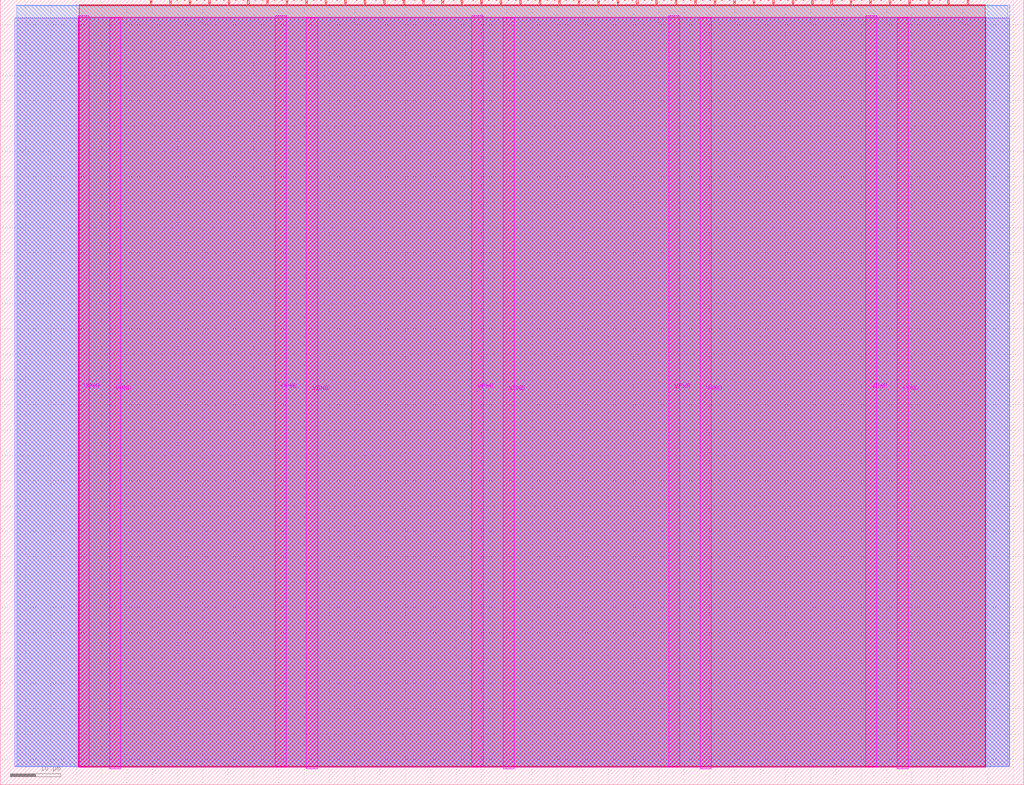
<source format=lef>
VERSION 5.7 ;
  NOWIREEXTENSIONATPIN ON ;
  DIVIDERCHAR "/" ;
  BUSBITCHARS "[]" ;
MACRO tt_um_dranoel06_SAP1
  CLASS BLOCK ;
  FOREIGN tt_um_dranoel06_SAP1 ;
  ORIGIN 0.000 0.000 ;
  SIZE 202.080 BY 154.980 ;
  PIN VGND
    DIRECTION INOUT ;
    USE GROUND ;
    PORT
      LAYER TopMetal1 ;
        RECT 21.580 3.150 23.780 151.420 ;
    END
    PORT
      LAYER TopMetal1 ;
        RECT 60.450 3.150 62.650 151.420 ;
    END
    PORT
      LAYER TopMetal1 ;
        RECT 99.320 3.150 101.520 151.420 ;
    END
    PORT
      LAYER TopMetal1 ;
        RECT 138.190 3.150 140.390 151.420 ;
    END
    PORT
      LAYER TopMetal1 ;
        RECT 177.060 3.150 179.260 151.420 ;
    END
  END VGND
  PIN VPWR
    DIRECTION INOUT ;
    USE POWER ;
    PORT
      LAYER TopMetal1 ;
        RECT 15.380 3.560 17.580 151.830 ;
    END
    PORT
      LAYER TopMetal1 ;
        RECT 54.250 3.560 56.450 151.830 ;
    END
    PORT
      LAYER TopMetal1 ;
        RECT 93.120 3.560 95.320 151.830 ;
    END
    PORT
      LAYER TopMetal1 ;
        RECT 131.990 3.560 134.190 151.830 ;
    END
    PORT
      LAYER TopMetal1 ;
        RECT 170.860 3.560 173.060 151.830 ;
    END
  END VPWR
  PIN clk
    DIRECTION INPUT ;
    USE SIGNAL ;
    ANTENNAGATEAREA 0.725400 ;
    PORT
      LAYER Metal4 ;
        RECT 187.050 153.980 187.350 154.980 ;
    END
  END clk
  PIN ena
    DIRECTION INPUT ;
    USE SIGNAL ;
    PORT
      LAYER Metal4 ;
        RECT 190.890 153.980 191.190 154.980 ;
    END
  END ena
  PIN rst_n
    DIRECTION INPUT ;
    USE SIGNAL ;
    ANTENNAGATEAREA 0.725400 ;
    PORT
      LAYER Metal4 ;
        RECT 183.210 153.980 183.510 154.980 ;
    END
  END rst_n
  PIN ui_in[0]
    DIRECTION INPUT ;
    USE SIGNAL ;
    ANTENNAGATEAREA 0.180700 ;
    PORT
      LAYER Metal4 ;
        RECT 179.370 153.980 179.670 154.980 ;
    END
  END ui_in[0]
  PIN ui_in[1]
    DIRECTION INPUT ;
    USE SIGNAL ;
    ANTENNAGATEAREA 0.180700 ;
    PORT
      LAYER Metal4 ;
        RECT 175.530 153.980 175.830 154.980 ;
    END
  END ui_in[1]
  PIN ui_in[2]
    DIRECTION INPUT ;
    USE SIGNAL ;
    ANTENNAGATEAREA 0.180700 ;
    PORT
      LAYER Metal4 ;
        RECT 171.690 153.980 171.990 154.980 ;
    END
  END ui_in[2]
  PIN ui_in[3]
    DIRECTION INPUT ;
    USE SIGNAL ;
    ANTENNAGATEAREA 0.180700 ;
    PORT
      LAYER Metal4 ;
        RECT 167.850 153.980 168.150 154.980 ;
    END
  END ui_in[3]
  PIN ui_in[4]
    DIRECTION INPUT ;
    USE SIGNAL ;
    ANTENNAGATEAREA 0.180700 ;
    PORT
      LAYER Metal4 ;
        RECT 164.010 153.980 164.310 154.980 ;
    END
  END ui_in[4]
  PIN ui_in[5]
    DIRECTION INPUT ;
    USE SIGNAL ;
    ANTENNAGATEAREA 0.180700 ;
    PORT
      LAYER Metal4 ;
        RECT 160.170 153.980 160.470 154.980 ;
    END
  END ui_in[5]
  PIN ui_in[6]
    DIRECTION INPUT ;
    USE SIGNAL ;
    ANTENNAGATEAREA 0.180700 ;
    PORT
      LAYER Metal4 ;
        RECT 156.330 153.980 156.630 154.980 ;
    END
  END ui_in[6]
  PIN ui_in[7]
    DIRECTION INPUT ;
    USE SIGNAL ;
    ANTENNAGATEAREA 0.180700 ;
    PORT
      LAYER Metal4 ;
        RECT 152.490 153.980 152.790 154.980 ;
    END
  END ui_in[7]
  PIN uio_in[0]
    DIRECTION INPUT ;
    USE SIGNAL ;
    ANTENNAGATEAREA 0.180700 ;
    PORT
      LAYER Metal4 ;
        RECT 148.650 153.980 148.950 154.980 ;
    END
  END uio_in[0]
  PIN uio_in[1]
    DIRECTION INPUT ;
    USE SIGNAL ;
    ANTENNAGATEAREA 0.180700 ;
    PORT
      LAYER Metal4 ;
        RECT 144.810 153.980 145.110 154.980 ;
    END
  END uio_in[1]
  PIN uio_in[2]
    DIRECTION INPUT ;
    USE SIGNAL ;
    ANTENNAGATEAREA 0.180700 ;
    PORT
      LAYER Metal4 ;
        RECT 140.970 153.980 141.270 154.980 ;
    END
  END uio_in[2]
  PIN uio_in[3]
    DIRECTION INPUT ;
    USE SIGNAL ;
    ANTENNAGATEAREA 0.180700 ;
    PORT
      LAYER Metal4 ;
        RECT 137.130 153.980 137.430 154.980 ;
    END
  END uio_in[3]
  PIN uio_in[4]
    DIRECTION INPUT ;
    USE SIGNAL ;
    PORT
      LAYER Metal4 ;
        RECT 133.290 153.980 133.590 154.980 ;
    END
  END uio_in[4]
  PIN uio_in[5]
    DIRECTION INPUT ;
    USE SIGNAL ;
    PORT
      LAYER Metal4 ;
        RECT 129.450 153.980 129.750 154.980 ;
    END
  END uio_in[5]
  PIN uio_in[6]
    DIRECTION INPUT ;
    USE SIGNAL ;
    PORT
      LAYER Metal4 ;
        RECT 125.610 153.980 125.910 154.980 ;
    END
  END uio_in[6]
  PIN uio_in[7]
    DIRECTION INPUT ;
    USE SIGNAL ;
    ANTENNAGATEAREA 0.180700 ;
    PORT
      LAYER Metal4 ;
        RECT 121.770 153.980 122.070 154.980 ;
    END
  END uio_in[7]
  PIN uio_oe[0]
    DIRECTION OUTPUT ;
    USE SIGNAL ;
    ANTENNADIFFAREA 0.299200 ;
    PORT
      LAYER Metal4 ;
        RECT 56.490 153.980 56.790 154.980 ;
    END
  END uio_oe[0]
  PIN uio_oe[1]
    DIRECTION OUTPUT ;
    USE SIGNAL ;
    ANTENNADIFFAREA 0.299200 ;
    PORT
      LAYER Metal4 ;
        RECT 52.650 153.980 52.950 154.980 ;
    END
  END uio_oe[1]
  PIN uio_oe[2]
    DIRECTION OUTPUT ;
    USE SIGNAL ;
    ANTENNADIFFAREA 0.299200 ;
    PORT
      LAYER Metal4 ;
        RECT 48.810 153.980 49.110 154.980 ;
    END
  END uio_oe[2]
  PIN uio_oe[3]
    DIRECTION OUTPUT ;
    USE SIGNAL ;
    ANTENNADIFFAREA 0.299200 ;
    PORT
      LAYER Metal4 ;
        RECT 44.970 153.980 45.270 154.980 ;
    END
  END uio_oe[3]
  PIN uio_oe[4]
    DIRECTION OUTPUT ;
    USE SIGNAL ;
    ANTENNADIFFAREA 0.299200 ;
    PORT
      LAYER Metal4 ;
        RECT 41.130 153.980 41.430 154.980 ;
    END
  END uio_oe[4]
  PIN uio_oe[5]
    DIRECTION OUTPUT ;
    USE SIGNAL ;
    ANTENNADIFFAREA 0.299200 ;
    PORT
      LAYER Metal4 ;
        RECT 37.290 153.980 37.590 154.980 ;
    END
  END uio_oe[5]
  PIN uio_oe[6]
    DIRECTION OUTPUT ;
    USE SIGNAL ;
    ANTENNADIFFAREA 0.392700 ;
    PORT
      LAYER Metal4 ;
        RECT 33.450 153.980 33.750 154.980 ;
    END
  END uio_oe[6]
  PIN uio_oe[7]
    DIRECTION OUTPUT ;
    USE SIGNAL ;
    ANTENNADIFFAREA 0.299200 ;
    PORT
      LAYER Metal4 ;
        RECT 29.610 153.980 29.910 154.980 ;
    END
  END uio_oe[7]
  PIN uio_out[0]
    DIRECTION OUTPUT ;
    USE SIGNAL ;
    ANTENNADIFFAREA 0.299200 ;
    PORT
      LAYER Metal4 ;
        RECT 87.210 153.980 87.510 154.980 ;
    END
  END uio_out[0]
  PIN uio_out[1]
    DIRECTION OUTPUT ;
    USE SIGNAL ;
    ANTENNADIFFAREA 0.299200 ;
    PORT
      LAYER Metal4 ;
        RECT 83.370 153.980 83.670 154.980 ;
    END
  END uio_out[1]
  PIN uio_out[2]
    DIRECTION OUTPUT ;
    USE SIGNAL ;
    ANTENNADIFFAREA 0.299200 ;
    PORT
      LAYER Metal4 ;
        RECT 79.530 153.980 79.830 154.980 ;
    END
  END uio_out[2]
  PIN uio_out[3]
    DIRECTION OUTPUT ;
    USE SIGNAL ;
    ANTENNADIFFAREA 0.299200 ;
    PORT
      LAYER Metal4 ;
        RECT 75.690 153.980 75.990 154.980 ;
    END
  END uio_out[3]
  PIN uio_out[4]
    DIRECTION OUTPUT ;
    USE SIGNAL ;
    ANTENNADIFFAREA 0.299200 ;
    PORT
      LAYER Metal4 ;
        RECT 71.850 153.980 72.150 154.980 ;
    END
  END uio_out[4]
  PIN uio_out[5]
    DIRECTION OUTPUT ;
    USE SIGNAL ;
    ANTENNADIFFAREA 0.299200 ;
    PORT
      LAYER Metal4 ;
        RECT 68.010 153.980 68.310 154.980 ;
    END
  END uio_out[5]
  PIN uio_out[6]
    DIRECTION OUTPUT ;
    USE SIGNAL ;
    ANTENNADIFFAREA 0.708600 ;
    PORT
      LAYER Metal4 ;
        RECT 64.170 153.980 64.470 154.980 ;
    END
  END uio_out[6]
  PIN uio_out[7]
    DIRECTION OUTPUT ;
    USE SIGNAL ;
    ANTENNADIFFAREA 0.299200 ;
    PORT
      LAYER Metal4 ;
        RECT 60.330 153.980 60.630 154.980 ;
    END
  END uio_out[7]
  PIN uo_out[0]
    DIRECTION OUTPUT ;
    USE SIGNAL ;
    ANTENNAGATEAREA 0.322400 ;
    ANTENNADIFFAREA 0.716100 ;
    PORT
      LAYER Metal4 ;
        RECT 117.930 153.980 118.230 154.980 ;
    END
  END uo_out[0]
  PIN uo_out[1]
    DIRECTION OUTPUT ;
    USE SIGNAL ;
    ANTENNAGATEAREA 0.322400 ;
    ANTENNADIFFAREA 0.716100 ;
    PORT
      LAYER Metal4 ;
        RECT 114.090 153.980 114.390 154.980 ;
    END
  END uo_out[1]
  PIN uo_out[2]
    DIRECTION OUTPUT ;
    USE SIGNAL ;
    ANTENNAGATEAREA 0.322400 ;
    ANTENNADIFFAREA 0.716100 ;
    PORT
      LAYER Metal4 ;
        RECT 110.250 153.980 110.550 154.980 ;
    END
  END uo_out[2]
  PIN uo_out[3]
    DIRECTION OUTPUT ;
    USE SIGNAL ;
    ANTENNAGATEAREA 0.322400 ;
    ANTENNADIFFAREA 0.716100 ;
    PORT
      LAYER Metal4 ;
        RECT 106.410 153.980 106.710 154.980 ;
    END
  END uo_out[3]
  PIN uo_out[4]
    DIRECTION OUTPUT ;
    USE SIGNAL ;
    ANTENNAGATEAREA 0.322400 ;
    ANTENNADIFFAREA 0.716100 ;
    PORT
      LAYER Metal4 ;
        RECT 102.570 153.980 102.870 154.980 ;
    END
  END uo_out[4]
  PIN uo_out[5]
    DIRECTION OUTPUT ;
    USE SIGNAL ;
    ANTENNAGATEAREA 0.322400 ;
    ANTENNADIFFAREA 0.716100 ;
    PORT
      LAYER Metal4 ;
        RECT 98.730 153.980 99.030 154.980 ;
    END
  END uo_out[5]
  PIN uo_out[6]
    DIRECTION OUTPUT ;
    USE SIGNAL ;
    ANTENNAGATEAREA 0.322400 ;
    ANTENNADIFFAREA 0.716100 ;
    PORT
      LAYER Metal4 ;
        RECT 94.890 153.980 95.190 154.980 ;
    END
  END uo_out[6]
  PIN uo_out[7]
    DIRECTION OUTPUT ;
    USE SIGNAL ;
    ANTENNAGATEAREA 0.322400 ;
    ANTENNADIFFAREA 0.716100 ;
    PORT
      LAYER Metal4 ;
        RECT 91.050 153.980 91.350 154.980 ;
    END
  END uo_out[7]
  OBS
      LAYER GatPoly ;
        RECT 2.880 3.630 199.200 151.350 ;
      LAYER Metal1 ;
        RECT 2.880 3.560 199.200 151.420 ;
      LAYER Metal2 ;
        RECT 3.255 3.635 199.300 153.865 ;
      LAYER Metal3 ;
        RECT 3.215 3.680 198.865 153.825 ;
      LAYER Metal4 ;
        RECT 15.560 153.770 29.400 153.980 ;
        RECT 30.120 153.770 33.240 153.980 ;
        RECT 33.960 153.770 37.080 153.980 ;
        RECT 37.800 153.770 40.920 153.980 ;
        RECT 41.640 153.770 44.760 153.980 ;
        RECT 45.480 153.770 48.600 153.980 ;
        RECT 49.320 153.770 52.440 153.980 ;
        RECT 53.160 153.770 56.280 153.980 ;
        RECT 57.000 153.770 60.120 153.980 ;
        RECT 60.840 153.770 63.960 153.980 ;
        RECT 64.680 153.770 67.800 153.980 ;
        RECT 68.520 153.770 71.640 153.980 ;
        RECT 72.360 153.770 75.480 153.980 ;
        RECT 76.200 153.770 79.320 153.980 ;
        RECT 80.040 153.770 83.160 153.980 ;
        RECT 83.880 153.770 87.000 153.980 ;
        RECT 87.720 153.770 90.840 153.980 ;
        RECT 91.560 153.770 94.680 153.980 ;
        RECT 95.400 153.770 98.520 153.980 ;
        RECT 99.240 153.770 102.360 153.980 ;
        RECT 103.080 153.770 106.200 153.980 ;
        RECT 106.920 153.770 110.040 153.980 ;
        RECT 110.760 153.770 113.880 153.980 ;
        RECT 114.600 153.770 117.720 153.980 ;
        RECT 118.440 153.770 121.560 153.980 ;
        RECT 122.280 153.770 125.400 153.980 ;
        RECT 126.120 153.770 129.240 153.980 ;
        RECT 129.960 153.770 133.080 153.980 ;
        RECT 133.800 153.770 136.920 153.980 ;
        RECT 137.640 153.770 140.760 153.980 ;
        RECT 141.480 153.770 144.600 153.980 ;
        RECT 145.320 153.770 148.440 153.980 ;
        RECT 149.160 153.770 152.280 153.980 ;
        RECT 153.000 153.770 156.120 153.980 ;
        RECT 156.840 153.770 159.960 153.980 ;
        RECT 160.680 153.770 163.800 153.980 ;
        RECT 164.520 153.770 167.640 153.980 ;
        RECT 168.360 153.770 171.480 153.980 ;
        RECT 172.200 153.770 175.320 153.980 ;
        RECT 176.040 153.770 179.160 153.980 ;
        RECT 179.880 153.770 183.000 153.980 ;
        RECT 183.720 153.770 186.840 153.980 ;
        RECT 187.560 153.770 190.680 153.980 ;
        RECT 191.400 153.770 194.505 153.980 ;
        RECT 15.560 3.635 194.505 153.770 ;
      LAYER Metal5 ;
        RECT 15.515 3.470 194.545 151.510 ;
  END
END tt_um_dranoel06_SAP1
END LIBRARY


</source>
